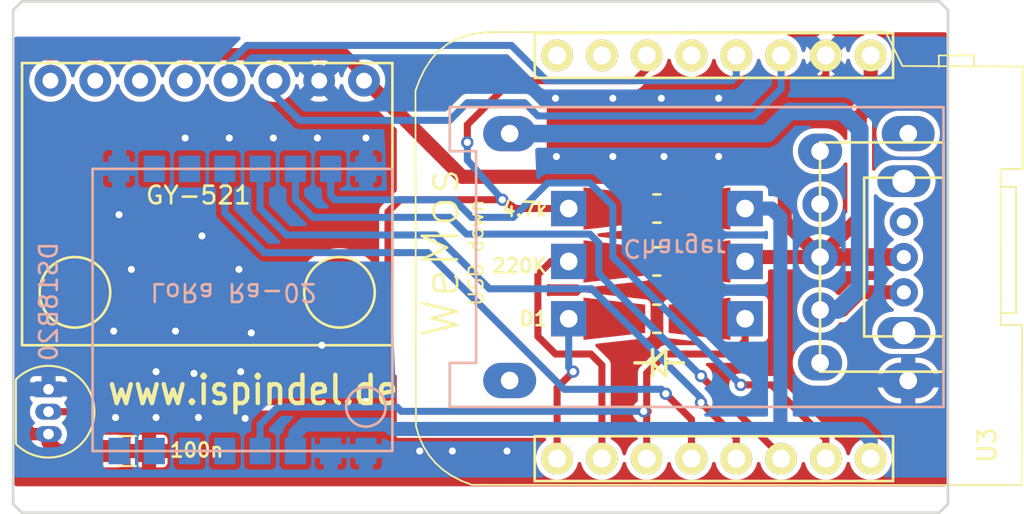
<source format=kicad_pcb>
(kicad_pcb (version 20221018) (generator pcbnew)
  (layers (0 "F.Cu" signal) (31 "B.Cu" signal) (34 "B.Paste" user) (35 "F.Paste" user) (36 "B.SilkS" user "B.Silkscreen") (37 "F.SilkS" user "F.Silkscreen") (38 "B.Mask" user) (39 "F.Mask" user) (44 "Edge.Cuts" user))
  (net 0 "")
  (net 1 "Net-(D1-Pad2)")
  (net 2 "Net-(R1-Pad1)")
  (net 3 "+5V")
  (net 4 "+3V3")
  (net 5 "/Temp")
  (net 6 "Net-(SW1-Pad1)")
  (net 7 "/SDA")
  (net 8 "/SCL")
  (net 9 "GND")
  (net 10 "/RES")
  (net 11 "/NSS")
  (net 12 "/MOSI")
  (net 13 "/MISO")
  (net 14 "/SCK")
  (footprint "Resistors_Universal:Resistor_SMD+THTuniversal_0805to1206_RM10_HandSoldering" (layer "F.Cu") (at 143.5 116 180)
    (fp_text reference "D1" (at 7 0 180) (layer "F.SilkS") (effects (font (size 0.8 0.8))))
    (fp_text value "Schottky" hide)
    (fp_line (start -0.20066 -0.8001) (end 0.20066 -0.8001) (stroke (width 0.15)) (layer "F.SilkS"))
    (fp_line (start -0.09906 -0.8001) (end -0.20066 -0.8001) (stroke (width 0.15)) (layer "F.SilkS"))
    (fp_line (start 0 0.8001) (end -0.20066 0.8001) (stroke (width 0.15)) (layer "F.SilkS"))
    (fp_line (start 0 0.8001) (end 0.20066 0.8001) (stroke (width 0.15)) (layer "F.SilkS"))
    (pad "1" thru_hole rect (at -5.00126 0) (size 1.99898 1.99898) (drill 1.00076) (layers "*.Cu" "*.Mask") (net 10 "/RES"))
    (pad "1" smd trapezoid (at -2.413 0 180) (size 3.50012 1.99898) (rect_delta 0.39878 0) (layers "F.Cu" "F.Paste" "F.Mask") (net 10 "/RES"))
    (pad "2" smd trapezoid (at 2.413 0) (size 3.50012 1.99898) (rect_delta 0.39878 0) (layers "F.Cu" "F.Paste" "F.Mask") (net 1 "Net-(D1-Pad2)"))
    (pad "2" thru_hole rect (at 5.00126 0) (size 1.99898 1.99898) (drill 1.00076) (layers "*.Cu" "*.Mask") (net 1 "Net-(D1-Pad2)"))
  )
  (footprint "Resistors_Universal:Resistor_SMD+THTuniversal_0805to1206_RM10_HandSoldering" (layer "F.Cu") (at 143.5 112.75)
    (fp_text reference "R1" hide)
    (fp_text value "220K" (at -7.8 0.25) (layer "F.SilkS") (effects (font (size 0.8 0.8))))
    (fp_line (start -0.20066 -0.8001) (end 0.20066 -0.8001) (stroke (width 0.15)) (layer "F.SilkS"))
    (fp_line (start -0.09906 -0.8001) (end -0.20066 -0.8001) (stroke (width 0.15)) (layer "F.SilkS"))
    (fp_line (start 0 0.8001) (end -0.20066 0.8001) (stroke (width 0.15)) (layer "F.SilkS"))
    (fp_line (start 0 0.8001) (end 0.20066 0.8001) (stroke (width 0.15)) (layer "F.SilkS"))
    (pad "1" thru_hole rect (at -5.00126 0 180) (size 1.99898 1.99898) (drill 1.00076) (layers "*.Cu" "*.Mask") (net 2 "Net-(R1-Pad1)"))
    (pad "1" smd trapezoid (at -2.413 0) (size 3.50012 1.99898) (rect_delta 0.39878 0) (layers "F.Cu" "F.Paste" "F.Mask") (net 2 "Net-(R1-Pad1)"))
    (pad "2" smd trapezoid (at 2.413 0 180) (size 3.50012 1.99898) (rect_delta 0.39878 0) (layers "F.Cu" "F.Paste" "F.Mask") (net 3 "+5V"))
    (pad "2" thru_hole rect (at 5.00126 0 180) (size 1.99898 1.99898) (drill 1.00076) (layers "*.Cu" "*.Mask") (net 3 "+5V"))
  )
  (footprint "Resistors_Universal:Resistor_SMD+THTuniversal_0805to1206_RM10_HandSoldering" (layer "F.Cu") (at 143.5 109.75 180)
    (fp_text reference "R2" hide)
    (fp_text value "4.7k" (at 7.5 -0.05 180) (layer "F.SilkS") (effects (font (size 0.8 0.8))))
    (fp_line (start -0.20066 -0.8001) (end 0.20066 -0.8001) (stroke (width 0.15)) (layer "F.SilkS"))
    (fp_line (start -0.09906 -0.8001) (end -0.20066 -0.8001) (stroke (width 0.15)) (layer "F.SilkS"))
    (fp_line (start 0 0.8001) (end -0.20066 0.8001) (stroke (width 0.15)) (layer "F.SilkS"))
    (fp_line (start 0 0.8001) (end 0.20066 0.8001) (stroke (width 0.15)) (layer "F.SilkS"))
    (pad "1" thru_hole rect (at -5.00126 0) (size 1.99898 1.99898) (drill 1.00076) (layers "*.Cu" "*.Mask") (net 4 "+3V3"))
    (pad "1" smd trapezoid (at -2.413 0 180) (size 3.50012 1.99898) (rect_delta 0.39878 0) (layers "F.Cu" "F.Paste" "F.Mask") (net 4 "+3V3"))
    (pad "2" smd trapezoid (at 2.413 0) (size 3.50012 1.99898) (rect_delta 0.39878 0) (layers "F.Cu" "F.Paste" "F.Mask") (net 5 "/Temp"))
    (pad "2" thru_hole rect (at 5.00126 0) (size 1.99898 1.99898) (drill 1.00076) (layers "*.Cu" "*.Mask") (net 5 "/Temp"))
  )
  (footprint "GY-521" (layer "F.Cu") (at 118 109.5 180)
    (fp_text reference "U1" hide)
    (fp_text value "GY-521" (at 0.5 0.5 180) (layer "F.SilkS"))
    (fp_line (start -10.5 -8) (end 10.5 -8) (stroke (width 0.15)) (layer "F.SilkS"))
    (fp_line (start -10.5 8) (end -10.5 -8) (stroke (width 0.15)) (layer "F.SilkS"))
    (fp_line (start 10.5 -8) (end 10.5 8) (stroke (width 0.15)) (layer "F.SilkS"))
    (fp_line (start 10.5 8) (end -10.5 8) (stroke (width 0.15)) (layer "F.SilkS"))
    (fp_circle (center -7.5 -5) (end -7.5 -7) (stroke (width 0.15)) (fill none) (layer "F.SilkS"))
    (fp_circle (center 7.5 -5) (end 7.5 -7) (stroke (width 0.15)) (fill none) (layer "F.SilkS"))
    (pad "1" thru_hole circle (at -8.89 7 180) (size 1.8 1.8) (drill 0.9) (layers "*.Cu" "*.Mask") (net 3 "+5V"))
    (pad "2" thru_hole circle (at -6.35 7 180) (size 1.8 1.8) (drill 0.9) (layers "*.Cu" "*.Mask") (net 9 "GND"))
    (pad "3" thru_hole circle (at -3.81 7 180) (size 1.8 1.8) (drill 0.9) (layers "*.Cu" "*.Mask") (net 8 "/SCL"))
    (pad "4" thru_hole circle (at -1.27 7 180) (size 1.8 1.8) (drill 0.9) (layers "*.Cu" "*.Mask") (net 7 "/SDA"))
    (pad "5" thru_hole circle (at 3.81 7 180) (size 1.8 1.8) (drill 0.9) (layers "*.Cu" "*.Mask"))
    (pad "6" thru_hole circle (at 1.27 7 180) (size 1.8 1.8) (drill 0.9) (layers "*.Cu" "*.Mask"))
    (pad "7" thru_hole circle (at 6.35 7 180) (size 1.8 1.8) (drill 0.9) (layers "*.Cu" "*.Mask"))
    (pad "8" thru_hole circle (at 8.89 7 180) (size 1.8 1.8) (drill 0.9) (layers "*.Cu" "*.Mask"))
  )
  (footprint "TO_SOT_Packages_THT:TO-92_Inline_Narrow_Oval" (layer "F.Cu") (at 109 120 -90)
    (fp_text reference "U5" hide)
    (fp_text value "DS18B20" hide)
    (fp_line (start -0.53 1.85) (end 3.07 1.85) (stroke (width 0.12)) (layer "F.SilkS"))
    (fp_arc (start -0.568478 1.838478) (mid -1.132087 -0.994977) (end 1.27 -2.6) (stroke (width 0.12)) (layer "F.SilkS"))
    (fp_arc (start 1.27 -2.6) (mid 3.672087 -0.994977) (end 3.108478 1.838478) (stroke (width 0.12)) (layer "F.SilkS"))
    (pad "1" thru_hole rect (at 0 0 90) (size 0.9 1.5) (drill 0.6) (layers "*.Cu" "*.Mask") (net 9 "GND"))
    (pad "2" thru_hole oval (at 1.27 0 90) (size 0.9 1.5) (drill 0.6) (layers "*.Cu" "*.Mask") (net 5 "/Temp"))
    (pad "3" thru_hole oval (at 2.54 0 90) (size 0.9 1.5) (drill 0.6) (layers "*.Cu" "*.Mask") (net 3 "+5V"))
  )
  (footprint "wemos_D1_mini_board" (layer "F.Cu") (at 148 112.5 90)
    (fp_text reference "U3" (at -10.668 14.224 90) (layer "F.SilkS"))
    (fp_text value "WeMos_mini" hide)
    (fp_text user "USB down" (at 0.25 -14.75 90) (layer "F.SilkS") (effects (font (size 0.8 0.8) (thickness 0.12))))
    (fp_text user "WeMos" (at 0.25 -16.75 90) (layer "F.SilkS") (effects (font (size 2 2))))
    (fp_line (start -12.930193 16.176658) (end -12.916195 -14.993493) (stroke (width 0.1)) (layer "F.SilkS"))
    (fp_line (start -12.916195 -14.993493) (end -12.683384 -15.596286) (stroke (width 0.1)) (layer "F.SilkS"))
    (fp_line (start -12.7 -11.43) (end -10.16 -11.43) (stroke (width 0.15)) (layer "F.SilkS"))
    (fp_line (start -12.7 8.89) (end -12.7 -11.43) (stroke (width 0.15)) (layer "F.SilkS"))
    (fp_line (start -12.683384 -15.596286) (end -12.399901 -16.141167) (stroke (width 0.1)) (layer "F.SilkS"))
    (fp_line (start -12.399901 -16.141167) (end -12.065253 -16.627577) (stroke (width 0.1)) (layer "F.SilkS"))
    (fp_line (start -12.065253 -16.627577) (end -11.678953 -17.054952) (stroke (width 0.1)) (layer "F.SilkS"))
    (fp_line (start -11.678953 -17.054952) (end -11.240512 -17.422741) (stroke (width 0.1)) (layer "F.SilkS"))
    (fp_line (start -11.240512 -17.422741) (end -10.74944 -17.730377) (stroke (width 0.1)) (layer "F.SilkS"))
    (fp_line (start -10.74944 -17.730377) (end -10.20525 -17.97731) (stroke (width 0.1)) (layer "F.SilkS"))
    (fp_line (start -10.20525 -17.97731) (end -9.607453 -18.162976) (stroke (width 0.1)) (layer "F.SilkS"))
    (fp_line (start -10.16 -11.43) (end -10.16 8.89) (stroke (width 0.15)) (layer "F.SilkS"))
    (fp_line (start -10.16 8.89) (end -12.7 8.89) (stroke (width 0.15)) (layer "F.SilkS"))
    (fp_line (start -9.607453 -18.162976) (end 9.43046 -18.191734) (stroke (width 0.1)) (layer "F.SilkS"))
    (fp_line (start -3.851373 15.000483) (end -3.849397 16.202736) (stroke (width 0.1)) (layer "F.SilkS"))
    (fp_line (start -3.849397 16.202736) (end -12.930193 16.176658) (stroke (width 0.1)) (layer "F.SilkS"))
    (fp_line (start -3.19 15.85) (end -3.18 15.02) (stroke (width 0.1)) (layer "F.SilkS"))
    (fp_line (start 3.959931 15.865188) (end -3.17965 15.865188) (stroke (width 0.1)) (layer "F.SilkS"))
    (fp_line (start 3.98 15.86) (end 3.98 15.04) (stroke (width 0.1)) (layer "F.SilkS"))
    (fp_line (start 4.979849 14.993795) (end -3.851373 15.000483) (stroke (width 0.1)) (layer "F.SilkS"))
    (fp_line (start 5.00618 16.277228) (end 4.979849 14.993795) (stroke (width 0.1)) (layer "F.SilkS"))
    (fp_line (start 9.43046 -18.191734) (end 10.049824 -17.957741) (stroke (width 0.1)) (layer "F.SilkS"))
    (fp_line (start 10.049824 -17.957741) (end 10.638018 -17.673258) (stroke (width 0.1)) (layer "F.SilkS"))
    (fp_line (start 10.16 -11.43) (end 12.7 -11.43) (stroke (width 0.15)) (layer "F.SilkS"))
    (fp_line (start 10.16 8.89) (end 10.16 -11.43) (stroke (width 0.15)) (layer "F.SilkS"))
    (fp_line (start 10.638018 -17.673258) (end 11.181445 -17.323743) (stroke (width 0.1)) (layer "F.SilkS"))
    (fp_line (start 10.778878 11.483738) (end 11.431517 11.483738) (stroke (width 0.1)) (layer "F.SilkS"))
    (fp_line (start 10.817472 16.277228) (end 5.00618 16.277228) (stroke (width 0.1)) (layer "F.SilkS"))
    (fp_line (start 10.83248 9.424181) (end 10.802686 16.232524) (stroke (width 0.1)) (layer "F.SilkS"))
    (fp_line (start 11.181445 -17.323743) (end 11.666503 -16.894658) (stroke (width 0.1)) (layer "F.SilkS"))
    (fp_line (start 11.431517 11.483738) (end 11.431517 13.476932) (stroke (width 0.1)) (layer "F.SilkS"))
    (fp_line (start 11.431517 13.476932) (end 10.814156 13.476932) (stroke (width 0.1)) (layer "F.SilkS"))
    (fp_line (start 11.666503 -16.894658) (end 12.079595 -16.37146) (stroke (width 0.1)) (layer "F.SilkS"))
    (fp_line (start 12.079595 -16.37146) (end 12.407122 -15.739613) (stroke (width 0.1)) (layer "F.SilkS"))
    (fp_line (start 12.407122 -15.739613) (end 12.635482 -14.984575) (stroke (width 0.1)) (layer "F.SilkS"))
    (fp_line (start 12.635482 -14.984575) (end 12.751078 -14.091807) (stroke (width 0.1)) (layer "F.SilkS"))
    (fp_line (start 12.7 -11.43) (end 12.7 8.89) (stroke (width 0.15)) (layer "F.SilkS"))
    (fp_line (start 12.7 8.89) (end 10.16 8.89) (stroke (width 0.15)) (layer "F.SilkS"))
    (fp_line (start 12.751078 -14.091807) (end 12.776026 8.463285) (stroke (width 0.1)) (layer "F.SilkS"))
    (fp_line (start 12.776026 8.463285) (end 10.83248 9.424181) (stroke (width 0.1)) (layer "F.SilkS"))
    (pad "1" thru_hole circle (at 11.43 7.62 90) (size 1.8 1.8) (drill 1.016) (layers "*.Cu" "*.Mask" "F.SilkS") (net 3 "+5V"))
    (pad "2" thru_hole circle (at 11.43 5.08 90) (size 1.8 1.8) (drill 1.016) (layers "*.Cu" "*.Mask" "F.SilkS") (net 9 "GND"))
    (pad "3" thru_hole circle (at 11.43 2.54 90) (size 1.8 1.8) (drill 1.016) (layers "*.Cu" "*.Mask" "F.SilkS") (net 8 "/SCL"))
    (pad "4" thru_hole circle (at 11.43 0 90) (size 1.8 1.8) (drill 1.016) (layers "*.Cu" "*.Mask" "F.SilkS") (net 7 "/SDA"))
    (pad "5" thru_hole circle (at 11.43 -2.54 90) (size 1.8 1.8) (drill 1.016) (layers "*.Cu" "*.Mask" "F.SilkS"))
    (pad "6" thru_hole circle (at 11.43 -5.08 90) (size 1.8 1.8) (drill 1.016) (layers "*.Cu" "*.Mask" "F.SilkS") (net 5 "/Temp"))
    (pad "7" thru_hole circle (at 11.43 -7.62 90) (size 1.8 1.8) (drill 1.016) (layers "*.Cu" "*.Mask" "F.SilkS"))
    (pad "8" thru_hole circle (at 11.43 -10.16 90) (size 1.8 1.8) (drill 1.016) (layers "*.Cu" "*.Mask" "F.SilkS"))
    (pad "9" thru_hole circle (at -11.43 -10.16 90) (size 1.8 1.8) (drill 1.016) (layers "*.Cu" "*.Mask" "F.SilkS") (net 1 "Net-(D1-Pad2)"))
    (pad "10" thru_hole circle (at -11.43 -7.62 90) (size 1.8 1.8) (drill 1.016) (layers "*.Cu" "*.Mask" "F.SilkS") (net 2 "Net-(R1-Pad1)"))
    (pad "11" thru_hole circle (at -11.43 -5.08 90) (size 1.8 1.8) (drill 1.016) (layers "*.Cu" "*.Mask" "F.SilkS") (net 10 "/RES"))
    (pad "12" thru_hole circle (at -11.43 -2.54 90) (size 1.8 1.8) (drill 1.016) (layers "*.Cu" "*.Mask" "F.SilkS") (net 14 "/SCK"))
    (pad "13" thru_hole circle (at -11.43 0 90) (size 1.8 1.8) (drill 1.016) (layers "*.Cu" "*.Mask" "F.SilkS") (net 13 "/MISO"))
    (pad "14" thru_hole circle (at -11.43 2.54 90) (size 1.8 1.8) (drill 1.016) (layers "*.Cu" "*.Mask" "F.SilkS") (net 12 "/MOSI"))
    (pad "15" thru_hole circle (at -11.43 5.08 90) (size 1.8 1.8) (drill 1.016) (layers "*.Cu" "*.Mask" "F.SilkS") (net 11 "/NSS"))
    (pad "16" thru_hole circle (at -11.43 7.62 90) (size 1.8 1.8) (drill 1.016) (layers "*.Cu" "*.Mask" "F.SilkS") (net 4 "+3V3"))
  )
  (footprint "KiCadCustomLibs:SK12D07VG3" (layer "F.Cu") (at 157.5 112.5 90)
    (fp_text reference "SW1" hide)
    (fp_text value "SW_SPDT" hide)
    (fp_line (start -4.5 -2.25) (end -4.5 2) (stroke (width 0.15)) (layer "F.SilkS"))
    (fp_line (start -4.5 2) (end -4.5 2.25) (stroke (width 0.15)) (layer "F.SilkS"))
    (fp_line (start -4.5 2.25) (end 0 2.25) (stroke (width 0.15)) (layer "F.SilkS"))
    (fp_line (start 0 2.25) (end 4.5 2.25) (stroke (width 0.15)) (layer "F.SilkS"))
    (fp_line (start 4.5 -2.25) (end -4.5 -2.25) (stroke (width 0.15)) (layer "F.SilkS"))
    (fp_line (start 4.5 2.25) (end 4.5 -2.25) (stroke (width 0.15)) (layer "F.SilkS"))
    (pad "" thru_hole oval (at -4.3 0 90) (size 1.8 3) (drill 1.3) (layers "*.Cu" "*.Mask"))
    (pad "" thru_hole oval (at 4.3 0 90) (size 1.8 3) (drill 1.3) (layers "*.Cu" "*.Mask"))
    (pad "1" thru_hole circle (at -2 0 90) (size 1.6 1.6) (drill 0.8) (layers "*.Cu" "*.Mask") (net 6 "Net-(SW1-Pad1)"))
    (pad "2" thru_hole circle (at 0 0 90) (size 1.6 1.6) (drill 0.8) (layers "*.Cu" "*.Mask") (net 3 "+5V"))
    (pad "3" thru_hole circle (at 2 0 90) (size 1.6 1.6) (drill 0.8) (layers "*.Cu" "*.Mask"))
  )
  (footprint "SS-12F23" (layer "F.Cu") (at 152.75 112.5 -90)
    (fp_text reference "SW2" hide)
    (fp_text value "SW_SPDT" hide)
    (fp_line (start -6.5 -7) (end -6.5 0) (stroke (width 0.15)) (layer "F.SilkS"))
    (fp_line (start -6.5 0) (end 0 0) (stroke (width 0.15)) (layer "F.SilkS"))
    (fp_line (start 0 0) (end 6.5 0) (stroke (width 0.15)) (layer "F.SilkS"))
    (fp_line (start 6.5 -7) (end -6.5 -7) (stroke (width 0.15)) (layer "F.SilkS"))
    (fp_line (start 6.5 0) (end 6.5 -7) (stroke (width 0.15)) (layer "F.SilkS"))
    (pad "" thru_hole oval (at -6 0 270) (size 2 2.5) (drill 1) (layers "*.Cu" "*.Mask"))
    (pad "" thru_hole oval (at 6 0 270) (size 2 2.5) (drill 1) (layers "*.Cu" "*.Mask"))
    (pad "1" thru_hole circle (at 3 0 270) (size 2 2) (drill 1) (layers "*.Cu" "*.Mask") (net 6 "Net-(SW1-Pad1)"))
    (pad "2" thru_hole circle (at 0 0 270) (size 2 2) (drill 1) (layers "*.Cu" "*.Mask") (net 3 "+5V"))
    (pad "3" thru_hole circle (at -3 0 270) (size 2 2) (drill 1) (layers "*.Cu" "*.Mask"))
  )
  (footprint "Wire_Pads:SolderWirePad_single_SMD_5x10mm" (layer "F.Cu") (at 110.5 114.5)
    (fp_text reference "REF**" hide)
    (fp_text value "SolderWirePad_single_SMD_5x10mm" hide)
    (pad "1" smd circle (at 0 0) (size 4 4) (layers "F.Cu" "F.Paste" "F.Mask") (clearance 0.5))
  )
  (footprint "Wire_Pads:SolderWirePad_single_SMD_5x10mm" (layer "F.Cu") (at 125.5 114.5)
    (fp_text reference "REF**" hide)
    (fp_text value "SolderWirePad_single_SMD_5x10mm" hide)
    (pad "1" smd circle (at 0 0) (size 4 4) (layers "F.Cu" "F.Paste" "F.Mask") (clearance 0.5))
  )
  (footprint "Capacitors_SMD:C_0805_HandSoldering" (layer "F.Cu") (at 113.45 123.5)
    (fp_text reference "C1" hide)
    (fp_text value "100n" (at 3.95 -0.05) (layer "F.SilkS") (effects (font (size 0.8 0.8))))
    (fp_line (start -0.5 0.85) (end 0.5 0.85) (stroke (width 0.12)) (layer "F.SilkS"))
    (fp_line (start 0.5 -0.85) (end -0.5 -0.85) (stroke (width 0.12)) (layer "F.SilkS"))
    (pad "1" smd rect (at -1.25 0) (size 1.5 1.25) (layers "F.Cu" "F.Paste" "F.Mask") (net 3 "+5V"))
    (pad "2" smd rect (at 1.25 0) (size 1.5 1.25) (layers "F.Cu" "F.Paste" "F.Mask") (net 9 "GND"))
  )
  (footprint "LoRa_Ra-02" (layer "B.Cu") (at 120 115.5 90)
    (fp_text reference "U2" hide)
    (fp_text value "LoRa_Ra-02")
    (fp_line (start -8 -8.5) (end 8 -8.5) (stroke (width 0.15)) (layer "B.SilkS"))
    (fp_line (start -8 8.5) (end -8 -8.5) (stroke (width 0.15)) (layer "B.SilkS"))
    (fp_line (start 8 -8.5) (end 8 8.5) (stroke (width 0.15)) (layer "B.SilkS"))
    (fp_line (start 8 8.5) (end -8 8.5) (stroke (width 0.15)) (layer "B.SilkS"))
    (fp_circle (center -5.5 7) (end -5 6) (stroke (width 0.15)) (fill none) (layer "B.SilkS"))
    (pad "1" smd rect (at -8 7 90) (size 1.5 1.2) (layers "B.Cu" "B.Paste" "B.Mask") (net 9 "GND"))
    (pad "2" smd rect (at -8 5 90) (size 1.5 1.2) (layers "B.Cu" "B.Paste" "B.Mask") (net 9 "GND"))
    (pad "3" smd rect (at -8 3 90) (size 1.5 1.2) (layers "B.Cu" "B.Paste" "B.Mask") (net 4 "+3V3"))
    (pad "4" smd rect (at -8 1 90) (size 1.5 1.2) (layers "B.Cu" "B.Paste" "B.Mask") (net 10 "/RES"))
    (pad "5" smd rect (at -8 -1 90) (size 1.5 1.2) (layers "B.Cu" "B.Paste" "B.Mask"))
    (pad "6" smd rect (at -8 -3 90) (size 1.5 1.2) (layers "B.Cu" "B.Paste" "B.Mask"))
    (pad "7" smd rect (at -8 -5 90) (size 1.5 1.2) (layers "B.Cu" "B.Paste" "B.Mask"))
    (pad "8" smd rect (at -8 -7 90) (size 1.5 1.2) (layers "B.Cu" "B.Paste" "B.Mask"))
    (pad "9" smd rect (at 8 -7 90) (size 1.5 1.2) (layers "B.Cu" "B.Paste" "B.Mask") (net 9 "GND"))
    (pad "10" smd rect (at 8 -5 90) (size 1.5 1.2) (layers "B.Cu" "B.Paste" "B.Mask"))
    (pad "11" smd rect (at 8 -3 90) (size 1.5 1.2) (layers "B.Cu" "B.Paste" "B.Mask"))
    (pad "12" smd rect (at 8 -1 90) (size 1.5 1.2) (layers "B.Cu" "B.Paste" "B.Mask") (net 14 "/SCK"))
    (pad "13" smd rect (at 8 1 90) (size 1.5 1.2) (layers "B.Cu" "B.Paste" "B.Mask") (net 13 "/MISO"))
    (pad "14" smd rect (at 8 3 90) (size 1.5 1.2) (layers "B.Cu" "B.Paste" "B.Mask") (net 12 "/MOSI"))
    (pad "15" smd rect (at 8 5 90) (size 1.5 1.2) (layers "B.Cu" "B.Paste" "B.Mask") (net 11 "/NSS"))
    (pad "16" smd rect (at 8 7 90) (size 1.5 1.2) (layers "B.Cu" "B.Paste" "B.Mask") (net 9 "GND"))
  )
  (footprint "KiCadCustomLibs:TP4056-shield-6PIN" (layer "B.Cu") (at 146.25 112.5 180)
    (fp_text reference "U4" hide)
    (fp_text value "TP4056-shield-6PIN" hide)
    (fp_line (start -13.5 -8.5) (end -13.5 8.5) (stroke (width 0.15)) (layer "B.SilkS"))
    (fp_line (start -13.5 8.5) (end 13.5 8.5) (stroke (width 0.15)) (layer "B.SilkS"))
    (fp_line (start 13 -6) (end 14.5 -6) (stroke (width 0.15)) (layer "B.SilkS"))
    (fp_line (start 13 6) (end 13 -6) (stroke (width 0.15)) (layer "B.SilkS"))
    (fp_line (start 13 6) (end 14.5 6) (stroke (width 0.15)) (layer "B.SilkS"))
    (fp_line (start 13.5 -8.5) (end -13.5 -8.5) (stroke (width 0.15)) (layer "B.SilkS"))
    (fp_line (start 14.5 -8.5) (end 13.5 -8.5) (stroke (width 0.15)) (layer "B.SilkS"))
    (fp_line (start 14.5 -6) (end 14.5 -8.5) (stroke (width 0.15)) (layer "B.SilkS"))
    (fp_line (start 14.5 6) (end 14.5 8.5) (stroke (width 0.15)) (layer "B.SilkS"))
    (fp_line (start 14.5 8.5) (end 13.5 8.5) (stroke (width 0.15)) (layer "B.SilkS"))
    (pad "1" thru_hole oval (at -11.5 7 180) (size 3 2) (drill 1) (layers "*.Cu" "B.Mask"))
    (pad "2" thru_hole oval (at -11.5 -7 180) (size 3 2) (drill 1) (layers "*.Cu" "B.Mask") (net 9 "GND"))
    (pad "3" thru_hole oval (at 11.1 7 180) (size 3 2) (drill 1) (layers "*.Cu" "*.Mask") (net 6 "Net-(SW1-Pad1)"))
    (pad "4" thru_hole oval (at 11.1 -7 180) (size 3 2) (drill 1) (layers "*.Cu" "*.Mask"))
  )
  (gr_line (start 143.25 117.75) (end 143.25 119.25) (stroke (width 0.2)) (layer "F.SilkS"))
  (gr_line (start 143.25 118.5) (end 144 117.75) (stroke (width 0.2)) (layer "F.SilkS"))
  (gr_line (start 143.25 118.5) (end 142.25 118.5) (stroke (width 0.2)) (layer "F.SilkS"))
  (gr_line (start 144 119.25) (end 143.25 118.5) (stroke (width 0.2)) (layer "F.SilkS"))
  (gr_line (start 144 118.5) (end 145 118.5) (stroke (width 0.2)) (layer "F.SilkS"))
  (gr_line (start 144 117.75) (end 144 119.25) (stroke (width 0.2)) (layer "F.SilkS"))
  (gr_line (start 159.5 127) (end 160 126.5) (stroke (width 0.15)) (layer "Edge.Cuts"))
  (gr_line (start 107.5 127) (end 159.5 127) (stroke (width 0.15)) (layer "Edge.Cuts"))
  (gr_line (start 107 125) (end 107 126.5) (stroke (width 0.15)) (layer "Edge.Cuts"))
  (gr_line (start 107 100) (end 107 98.5) (stroke (width 0.15)) (layer "Edge.Cuts"))
  (gr_line (start 160 100) (end 160 125) (stroke (width 0.15)) (layer "Edge.Cuts"))
  (gr_line (start 160 98.5) (end 160 100) (stroke (width 0.15)) (layer "Edge.Cuts"))
  (gr_line (start 107 126.5) (end 107.5 127) (stroke (width 0.15)) (layer "Edge.Cuts"))
  (gr_line (start 107 100) (end 107 125) (stroke (width 0.15)) (layer "Edge.Cuts"))
  (gr_line (start 107 98.5) (end 107.5 98) (stroke (width 0.15)) (layer "Edge.Cuts"))
  (gr_line (start 160 126.5) (end 160 125) (stroke (width 0.15)) (layer "Edge.Cuts"))
  (gr_line (start 107.5 98) (end 159.5 98) (stroke (width 0.15)) (layer "Edge.Cuts"))
  (gr_line (start 159.5 98) (end 160 98.5) (stroke (width 0.15)) (layer "Edge.Cuts"))
  (gr_text "Charger" (at 144.5 112 180) (layer "B.SilkS") (effects (font (size 1 1)) (justify mirror)))
  (gr_text "DS18B20" (at 109.01 115.03 90) (layer "B.SilkS") (effects (font (size 1 1)) (justify mirror)))
  (gr_text "LoRa Ra-02" (at 119.5 114.5 180) (layer "B.SilkS") (effects (font (size 1 1)) (justify mirror)))
  (gr_text "www.ispindel.de" (at 120.6 120.05) (layer "F.SilkS") (effects (font (size 1.6 1.4) (thickness 0.25))))
  (segment (start 138.75 119) (end 137.84 119.91) (width 0.4) (layer "F.Cu") (net 1))
  (segment (start 137.84 119.91) (end 137.84 123.93) (width 0.4) (layer "F.Cu") (net 1))
  (segment (start 138.49874 116) (end 141.087 116) (width 0.7) (layer "F.Cu") (net 1))
  (via (at 138.75 119) (size 0.7) (drill 0.4) (layers "F.Cu" "B.Cu") (net 1))
  (segment (start 138.49874 118.74874) (end 138.75 119) (width 0.4) (layer "B.Cu") (net 1))
  (segment (start 138.49874 116) (end 138.49874 118.74874) (width 0.4) (layer "B.Cu") (net 1))
  (segment (start 137.5 112.75) (end 138.49874 112.75) (width 0.4) (layer "F.Cu") (net 2))
  (segment (start 140.38 118.63) (end 139.75 118) (width 0.4) (layer "F.Cu") (net 2))
  (segment (start 139.75 118) (end 137.75 118) (width 0.4) (layer "F.Cu") (net 2))
  (segment (start 137.75 118) (end 136.75 117) (width 0.4) (layer "F.Cu") (net 2))
  (segment (start 136.75 117) (end 136.75 113.5) (width 0.4) (layer "F.Cu") (net 2))
  (segment (start 136.75 113.5) (end 137.5 112.75) (width 0.4) (layer "F.Cu") (net 2))
  (segment (start 137.5 112.75) (end 138.49874 112.75) (width 0.4) (layer "F.Cu") (net 2))
  (segment (start 138.49874 112.75) (end 141.087 112.75) (width 0.7) (layer "F.Cu") (net 2))
  (segment (start 140.38 123.93) (end 140.38 118.63) (width 0.4) (layer "F.Cu") (net 2))
  (segment (start 155.62 103.88) (end 155 104.5) (width 0.8) (layer "F.Cu") (net 3))
  (segment (start 155 104.5) (end 155 110.25) (width 0.8) (layer "F.Cu") (net 3))
  (segment (start 155 110.25) (end 152.75 112.5) (width 0.8) (layer "F.Cu") (net 3))
  (segment (start 148.75126 112.5) (end 148.50126 112.75) (width 0.8) (layer "F.Cu") (net 3))
  (segment (start 127 102.5) (end 132.45 107.95) (width 0.8) (layer "F.Cu") (net 3))
  (segment (start 132.45 107.95) (end 149.95 107.95) (width 0.8) (layer "F.Cu") (net 3))
  (segment (start 149.95 107.95) (end 150.75 108.75) (width 0.8) (layer "F.Cu") (net 3))
  (segment (start 150.75 108.75) (end 150.75 110.5) (width 0.8) (layer "F.Cu") (net 3))
  (segment (start 150.75 110.5) (end 152.75 112.5) (width 0.8) (layer "F.Cu") (net 3))
  (segment (start 126.89 102.14) (end 125.75 101) (width 0.7) (layer "F.Cu") (net 3))
  (segment (start 125.75 101) (end 108.25 101) (width 0.7) (layer "F.Cu") (net 3))
  (segment (start 108.25 101) (end 107.5 101.75) (width 0.7) (layer "F.Cu") (net 3))
  (segment (start 107.5 101.75) (end 107.5 122) (width 0.7) (layer "F.Cu") (net 3))
  (segment (start 107.5 122) (end 108.04 122.54) (width 0.7) (layer "F.Cu") (net 3))
  (segment (start 108.04 122.54) (end 109 122.54) (width 0.7) (layer "F.Cu") (net 3))
  (segment (start 109 123) (end 109.5 123.5) (width 0.8) (layer "F.Cu") (net 3))
  (segment (start 109.5 123.5) (end 112.2 123.5) (width 0.8) (layer "F.Cu") (net 3))
  (segment (start 155.62 101.07) (end 155.62 103.88) (width 0.8) (layer "F.Cu") (net 3))
  (segment (start 157.5 112.5) (end 152.75 112.5) (width 1) (layer "F.Cu") (net 3))
  (segment (start 126.89 102.5) (end 127 102.5) (width 0.8) (layer "F.Cu") (net 3))
  (segment (start 109 122.54) (end 109 123) (width 0.8) (layer "F.Cu") (net 3))
  (segment (start 152.75 112.5) (end 152.5 112.5) (width 0.8) (layer "F.Cu") (net 3))
  (segment (start 148.50126 112.75) (end 145.913 112.75) (width 0.7) (layer "F.Cu") (net 3))
  (segment (start 152.75 112.5) (end 148.75126 112.5) (width 0.8) (layer "F.Cu") (net 3))
  (segment (start 126.89 102.5) (end 126.89 102.14) (width 0.7) (layer "F.Cu") (net 3))
  (segment (start 148.50126 109.75) (end 145.913 109.75) (width 0.8) (layer "F.Cu") (net 4))
  (segment (start 155.62 122.87) (end 155 122.25) (width 0.8) (layer "B.Cu") (net 4))
  (segment (start 155 122.25) (end 150.5 122.25) (width 0.8) (layer "B.Cu") (net 4))
  (segment (start 128.5 122.25) (end 128.25 122) (width 0.8) (layer "B.Cu") (net 4))
  (segment (start 128.25 122) (end 123.5 122) (width 0.8) (layer "B.Cu") (net 4))
  (segment (start 123.5 122) (end 123 122.5) (width 0.8) (layer "B.Cu") (net 4))
  (segment (start 123 122.5) (end 123 123.5) (width 0.8) (layer "B.Cu") (net 4))
  (segment (start 150 109.75) (end 150.5 110.25) (width 0.8) (layer "B.Cu") (net 4))
  (segment (start 150.5 110.25) (end 150.5 122.25) (width 0.8) (layer "B.Cu") (net 4))
  (segment (start 150.5 122.25) (end 128.5 122.25) (width 0.8) (layer "B.Cu") (net 4))
  (segment (start 148.50126 109.75) (end 150 109.75) (width 0.8) (layer "B.Cu") (net 4))
  (segment (start 155.62 123.93) (end 155.62 122.87) (width 0.8) (layer "B.Cu") (net 4))
  (segment (start 135.5 109.75) (end 134.73 109.25) (width 0.4) (layer "F.Cu") (net 5))
  (segment (start 132.75 106) (end 132.75 105) (width 0.4) (layer "F.Cu") (net 5))
  (segment (start 132.75 105) (end 135.25 102.5) (width 0.4) (layer "F.Cu") (net 5))
  (segment (start 135.25 102.5) (end 142.25 102.5) (width 0.4) (layer "F.Cu") (net 5))
  (segment (start 142.25 102.5) (end 142.92 101.83) (width 0.4) (layer "F.Cu") (net 5))
  (segment (start 142.92 101.83) (end 142.92 101.07) (width 0.4) (layer "F.Cu") (net 5))
  (segment (start 128.94 109.25) (end 128.25 109.94) (width 0.4) (layer "F.Cu") (net 5))
  (segment (start 128.25 109.94) (end 128.25 118.81) (width 0.4) (layer "F.Cu") (net 5))
  (segment (start 128.25 118.81) (end 126.36 120.7) (width 0.4) (layer "F.Cu") (net 5))
  (segment (start 126.36 120.7) (end 111.7 120.7) (width 0.4) (layer "F.Cu") (net 5))
  (segment (start 111.7 120.7) (end 111.13 121.27) (width 0.4) (layer "F.Cu") (net 5))
  (segment (start 111.13 121.27) (end 109 121.27) (width 0.4) (layer "F.Cu") (net 5))
  (segment (start 138.49874 109.75) (end 141.087 109.75) (width 0.7) (layer "F.Cu") (net 5))
  (segment (start 134.73 109.25) (end 128.94 109.25) (width 0.4) (layer "F.Cu") (net 5))
  (segment (start 138.49874 109.75) (end 135.5 109.75) (width 0.4) (layer "F.Cu") (net 5))
  (via (at 134.73 109.25) (size 0.7) (drill 0.4) (layers "F.Cu" "B.Cu") (net 5))
  (via (at 132.75 106) (size 0.7) (drill 0.4) (layers "F.Cu" "B.Cu") (net 5))
  (segment (start 134.73 109.25) (end 132.75 107) (width 0.4) (layer "B.Cu") (net 5))
  (segment (start 132.75 107) (end 132.75 106) (width 0.4) (layer "B.Cu") (net 5))
  (segment (start 154 115.5) (end 155 114.5) (width 0.8) (layer "F.Cu") (net 6))
  (segment (start 155 114.5) (end 157.5 114.5) (width 0.8) (layer "F.Cu") (net 6))
  (segment (start 152.75 115.5) (end 154 115.5) (width 0.8) (layer "F.Cu") (net 6))
  (segment (start 152.25 115.5) (end 152.75 115.5) (width 0.8) (layer "B.Cu") (net 6))
  (segment (start 153.75 115.5) (end 155 114.25) (width 1) (layer "B.Cu") (net 6))
  (segment (start 155 114.25) (end 155 105.25) (width 1) (layer "B.Cu") (net 6))
  (segment (start 155 105.25) (end 154 104.25) (width 1) (layer "B.Cu") (net 6))
  (segment (start 154 104.25) (end 151 104.25) (width 1) (layer "B.Cu") (net 6))
  (segment (start 151 104.25) (end 149.75 105.5) (width 1) (layer "B.Cu") (net 6))
  (segment (start 149.75 105.5) (end 135.15 105.5) (width 1) (layer "B.Cu") (net 6))
  (segment (start 152.75 115.5) (end 153.75 115.5) (width 1) (layer "B.Cu") (net 6))
  (segment (start 119.27 101.48) (end 120.25 100.5) (width 0.4) (layer "B.Cu") (net 7))
  (segment (start 120.25 100.5) (end 135.25 100.5) (width 0.4) (layer "B.Cu") (net 7))
  (segment (start 135.25 100.5) (end 137.25 102.5) (width 0.4) (layer "B.Cu") (net 7))
  (segment (start 137.25 102.5) (end 147.75 102.5) (width 0.4) (layer "B.Cu") (net 7))
  (segment (start 147.75 102.5) (end 148 102.25) (width 0.4) (layer "B.Cu") (net 7))
  (segment (start 148 102.25) (end 148 101.07) (width 0.4) (layer "B.Cu") (net 7))
  (segment (start 119.27 102.5) (end 119.27 101.48) (width 0.4) (layer "B.Cu") (net 7))
  (segment (start 123.25 104.75) (end 121.81 103.31) (width 0.4) (layer "B.Cu") (net 8))
  (segment (start 123.25 104.75) (end 131.75 104.75) (width 0.4) (layer "B.Cu") (net 8))
  (segment (start 131.75 104.75) (end 132.75 103.75) (width 0.4) (layer "B.Cu") (net 8))
  (segment (start 150.54 101.07) (end 150.54 102.96) (width 0.4) (layer "B.Cu") (net 8))
  (segment (start 149 104.5) (end 136.75 104.5) (width 0.4) (layer "B.Cu") (net 8))
  (segment (start 136.75 104.5) (end 136 103.75) (width 0.4) (layer "B.Cu") (net 8))
  (segment (start 136 103.75) (end 132.75 103.75) (width 0.4) (layer "B.Cu") (net 8))
  (segment (start 121.81 102.5) (end 121.81 103.31) (width 0.4) (layer "B.Cu") (net 8))
  (segment (start 150.54 102.96) (end 149 104.5) (width 0.4) (layer "B.Cu") (net 8))
  (segment (start 127 105.75) (end 124.25 105.75) (width 0.4) (layer "F.Cu") (net 9))
  (segment (start 121.75 105.75) (end 119.25 105.75) (width 0.4) (layer "F.Cu") (net 9))
  (segment (start 153.08 102.17) (end 151.75 103.5) (width 0.4) (layer "F.Cu") (net 9))
  (segment (start 151.75 103.5) (end 147 103.5) (width 0.4) (layer "F.Cu") (net 9))
  (segment (start 143.75 103.5) (end 141 103.5) (width 0.4) (layer "F.Cu") (net 9))
  (segment (start 137.75 106.75) (end 137.8 106.8) (width 0.4) (layer "F.Cu") (net 9))
  (segment (start 141 106.8) (end 143.9 106.8) (width 0.4) (layer "F.Cu") (net 9))
  (segment (start 147 106.8) (end 147.1 106.8) (width 0.4) (layer "F.Cu") (net 9))
  (segment (start 112.8 121.6) (end 115.1 121.6) (width 0.4) (layer "F.Cu") (net 9))
  (segment (start 117.5 121.6) (end 120.15 121.65) (width 0.4) (layer "F.Cu") (net 9))
  (segment (start 119.9 119) (end 119.8 119.1) (width 0.4) (layer "F.Cu") (net 9))
  (segment (start 119.8 119.1) (end 117.25 119.1) (width 0.4) (layer "F.Cu") (net 9))
  (segment (start 115.1 119) (end 112.8 116.7) (width 0.4) (layer "F.Cu") (net 9))
  (segment (start 112.8 116.7) (end 112.7 116.7) (width 0.4) (layer "F.Cu") (net 9))
  (segment (start 116.2 116.7) (end 116.3 116.8) (width 0.4) (layer "F.Cu") (net 9))
  (segment (start 116.3 116.8) (end 120.5 116.8) (width 0.4) (layer "F.Cu") (net 9))
  (segment (start 113 110.1) (end 113.5 110.6) (width 0.4) (layer "F.Cu") (net 9))
  (segment (start 113.5 110.6) (end 117 110.6) (width 0.4) (layer "F.Cu") (net 9))
  (segment (start 117 110.6) (end 117.7 111.3) (width 0.4) (layer "F.Cu") (net 9))
  (segment (start 119.8 113.2) (end 113.7 113.2) (width 0.4) (layer "F.Cu") (net 9))
  (segment (start 137.75 103.5) (end 137.75 106.75) (width 0.4) (layer "F.Cu") (net 9))
  (segment (start 153.08 101.07) (end 153.08 102.17) (width 0.4) (layer "F.Cu") (net 9))
  (segment (start 130.05 123.5) (end 131.9 123.5) (width 0.4) (layer "F.Cu") (net 9))
  (via (at 147 103.5) (size 0.7) (drill 0.4) (layers "F.Cu" "B.Cu") (net 9))
  (via (at 117.7 111.3) (size 0.7) (drill 0.4) (layers "F.Cu" "B.Cu") (net 9))
  (via (at 115.1 121.6) (size 0.7) (drill 0.4) (layers "F.Cu" "B.Cu") (net 9))
  (via (at 147 106.8) (size 0.7) (drill 0.4) (layers "F.Cu" "B.Cu") (net 9))
  (via (at 131.9 123.5) (size 0.7) (drill 0.4) (layers "F.Cu" "B.Cu") (net 9))
  (via (at 115.1 119) (size 0.7) (drill 0.4) (layers "F.Cu" "B.Cu") (net 9))
  (via (at 137.75 103.5) (size 0.7) (drill 0.4) (layers "F.Cu" "B.Cu") (net 9))
  (via (at 120.5 116.8) (size 0.7) (drill 0.4) (layers "F.Cu" "B.Cu") (net 9))
  (via (at 121.75 105.75) (size 0.7) (drill 0.4) (layers "F.Cu" "B.Cu") (net 9))
  (via (at 143.75 103.5) (size 0.7) (drill 0.4) (layers "F.Cu" "B.Cu") (net 9))
  (via (at 141 103.5) (size 0.7) (drill 0.4) (layers "F.Cu" "B.Cu") (net 9))
  (via (at 143.9 106.8) (size 0.7) (drill 0.4) (layers "F.Cu" "B.Cu") (net 9))
  (via (at 119.9 119) (size 0.7) (drill 0.4) (layers "F.Cu" "B.Cu") (net 9))
  (via (at 124.5 117.5) (size 0.7) (drill 0.4) (layers "F.Cu" "B.Cu") (net 9))
  (via (at 113.7 113.2) (size 0.7) (drill 0.4) (layers "F.Cu" "B.Cu") (net 9))
  (via (at 130.05 123.5) (size 0.7) (drill 0.4) (layers "F.Cu" "B.Cu") (net 9))
  (via (at 116.2 116.7) (size 0.7) (drill 0.4) (layers "F.Cu" "B.Cu") (net 9))
  (via (at 137.8 106.8) (size 0.7) (drill 0.4) (layers "F.Cu" "B.Cu") (net 9))
  (via (at 117.25 119.1) (size 0.7) (drill 0.4) (layers "F.Cu" "B.Cu") (net 9))
  (via (at 119.25 105.75) (size 0.7) (drill 0.4) (layers "F.Cu" "B.Cu") (net 9))
  (via (at 127 105.75) (size 0.7) (drill 0.4) (layers "F.Cu" "B.Cu") (net 9))
  (via (at 112.8 121.6) (size 0.7) (drill 0.4) (layers "F.Cu" "B.Cu") (net 9))
  (via (at 112.7 116.7) (size 0.7) (drill 0.4) (layers "F.Cu" "B.Cu") (net 9))
  (via (at 113 110.1) (size 0.7) (drill 0.4) (layers "F.Cu" "B.Cu") (net 9))
  (via (at 120.15 121.65) (size 0.7) (drill 0.4) (layers "F.Cu" "B.Cu") (net 9))
  (via (at 135 123.5) (size 0.7) (drill 0.4) (layers "F.Cu" "B.Cu") (net 9))
  (via (at 117.5 121.6) (size 0.7) (drill 0.4) (layers "F.Cu" "B.Cu") (net 9))
  (via (at 119.8 113.2) (size 0.7) (drill 0.4) (layers "F.Cu" "B.Cu") (net 9))
  (via (at 116.75 105.75) (size 0.7) (drill 0.4) (layers "F.Cu" "B.Cu") (net 9))
  (via (at 124.25 105.75) (size 0.7) (drill 0.4) (layers "F.Cu" "B.Cu") (net 9))
  (via (at 141 106.8) (size 0.7) (drill 0.4) (layers "F.Cu" "B.Cu") (net 9))
  (segment (start 124.25 105.75) (end 121.75 105.75) (width 0.4) (layer "B.Cu") (net 9))
  (segment (start 116.75 105.75) (end 119.25 105.75) (width 0.4) (layer "B.Cu") (net 9))
  (segment (start 147 103.5) (end 143.75 103.5) (width 0.4) (layer "B.Cu") (net 9))
  (segment (start 141 103.5) (end 137.75 103.5) (width 0.4) (layer "B.Cu") (net 9))
  (segment (start 137.8 106.8) (end 141 106.8) (width 0.4) (layer "B.Cu") (net 9))
  (segment (start 143.9 106.8) (end 147 106.8) (width 0.4) (layer "B.Cu") (net 9))
  (segment (start 135 123.5) (end 131.9 123.5) (width 0.4) (layer "B.Cu") (net 9))
  (segment (start 111.2 120) (end 112.8 121.6) (width 0.4) (layer "B.Cu") (net 9))
  (segment (start 115.1 121.6) (end 117.5 121.6) (width 0.4) (layer "B.Cu") (net 9))
  (segment (start 119.9 118.9) (end 119.9 119) (width 0.4) (layer "B.Cu") (net 9))
  (segment (start 117.25 119.1) (end 117.15 119) (width 0.4) (layer "B.Cu") (net 9))
  (segment (start 117.15 119) (end 115.1 119) (width 0.4) (layer "B.Cu") (net 9))
  (segment (start 112.7 116.7) (end 116.2 116.7) (width 0.4) (layer "B.Cu") (net 9))
  (segment (start 120.5 116.8) (end 120.6 116.9) (width 0.4) (layer "B.Cu") (net 9))
  (segment (start 120.6 116.9) (end 124.5 117.5) (width 0.4) (layer "B.Cu") (net 9))
  (segment (start 117.7 111.3) (end 119.6 113.2) (width 0.4) (layer "B.Cu") (net 9))
  (segment (start 119.6 113.2) (end 119.8 113.2) (width 0.4) (layer "B.Cu") (net 9))
  (segment (start 130.05 123.5) (end 127 123.5) (width 0.4) (layer "B.Cu") (net 9))
  (segment (start 109 120) (end 111.2 120) (width 0.4) (layer "B.Cu") (net 9))
  (segment (start 113 107.5) (end 113 110.1) (width 0.4) (layer "B.Cu") (net 9))
  (segment (start 120.15 121.65) (end 119.9 118.9) (width 0.4) (layer "B.Cu") (net 9))
  (segment (start 153.08 101.07) (end 153.08 101.67) (width 0.4) (layer "B.Cu") (net 9))
  (segment (start 127 105.75) (end 127 107.5) (width 0.4) (layer "B.Cu") (net 9))
  (segment (start 142.92 119.08) (end 144 118) (width 0.4) (layer "F.Cu") (net 10))
  (segment (start 144 118) (end 147.75 118) (width 0.4) (layer "F.Cu") (net 10))
  (segment (start 147.75 118) (end 148.50126 117.24874) (width 0.4) (layer "F.Cu") (net 10))
  (segment (start 148.50126 117.24874) (end 148.50126 116) (width 0.4) (layer "F.Cu") (net 10))
  (segment (start 142.92 119.5) (end 142.92 119.08) (width 0.4) (layer "F.Cu") (net 10))
  (segment (start 142.75 121.25) (end 142.92 121.25) (width 0.4) (layer "F.Cu") (net 10))
  (segment (start 142.92 121.25) (end 143 121.25) (width 0.4) (layer "F.Cu") (net 10))
  (segment (start 143 121.25) (end 142.92 121.25) (width 0.4) (layer "F.Cu") (net 10))
  (segment (start 142.92 121.25) (end 142.92 119.5) (width 0.4) (layer "F.Cu") (net 10))
  (segment (start 142.92 123.93) (end 142.92 121.25) (width 0.4) (layer "F.Cu") (net 10))
  (segment (start 148.50126 116) (end 145.913 116) (width 0.7) (layer "F.Cu") (net 10))
  (via (at 142.75 121.25) (size 0.7) (drill 0.4) (layers "F.Cu" "B.Cu") (net 10))
  (segment (start 142.75 121.25) (end 129 121.25) (width 0.4) (layer "B.Cu") (net 10))
  (segment (start 129 121.25) (end 128.75 121) (width 0.4) (layer "B.Cu") (net 10))
  (segment (start 128.75 121) (end 122 121) (width 0.4) (layer "B.Cu") (net 10))
  (segment (start 122 121) (end 121 122) (width 0.4) (layer "B.Cu") (net 10))
  (segment (start 121 123.5) (end 121 122) (width 0.4) (layer "B.Cu") (net 10))
  (segment (start 153.08 122.83) (end 150 119.75) (width 0.4) (layer "F.Cu") (net 11))
  (segment (start 150 119.75) (end 148.25 119.75) (width 0.4) (layer "F.Cu") (net 11))
  (segment (start 153.08 122.83) (end 153.08 123.93) (width 0.4) (layer "F.Cu") (net 11))
  (via (at 148.25 119.75) (size 0.7) (drill 0.4) (layers "F.Cu" "B.Cu") (net 11))
  (segment (start 148.25 119.75) (end 141 112.5) (width 0.4) (layer "B.Cu") (net 11))
  (segment (start 141 112.5) (end 141 109.6) (width 0.4) (layer "B.Cu") (net 11))
  (segment (start 141 109.6) (end 139.7 108.3) (width 0.4) (layer "B.Cu") (net 11))
  (segment (start 139.7 108.3) (end 137.3 108.3) (width 0.4) (layer "B.Cu") (net 11))
  (segment (start 125.25 109.25) (end 125 109) (width 0.4) (layer "B.Cu") (net 11))
  (segment (start 125 107.5) (end 125 109) (width 0.4) (layer "B.Cu") (net 11))
  (segment (start 135.35 110.25) (end 133 110.25) (width 0.4) (layer "B.Cu") (net 11))
  (segment (start 133 110.25) (end 132 109.25) (width 0.4) (layer "B.Cu") (net 11))
  (segment (start 132 109.25) (end 125.25 109.25) (width 0.4) (layer "B.Cu") (net 11))
  (segment (start 137.3 108.3) (end 135.35 110.25) (width 0.4) (layer "B.Cu") (net 11))
  (segment (start 146 119.25) (end 150.54 123.79) (width 0.4) (layer "F.Cu") (net 12))
  (segment (start 150.54 123.93) (end 150.54 123.79) (width 0.4) (layer "F.Cu") (net 12))
  (via (at 146 119.25) (size 0.7) (drill 0.4) (layers "F.Cu" "B.Cu") (net 12))
  (segment (start 124 110.25) (end 123 109.25) (width 0.4) (layer "B.Cu") (net 12))
  (segment (start 123 107.5) (end 123 109.25) (width 0.4) (layer "B.Cu") (net 12))
  (segment (start 140.2 113.45) (end 140.2 111.7) (width 0.4) (layer "B.Cu") (net 12))
  (segment (start 140.2 111.7) (end 139.7 111.2) (width 0.4) (layer "B.Cu") (net 12))
  (segment (start 139.7 111.2) (end 132.7 111.2) (width 0.4) (layer "B.Cu") (net 12))
  (segment (start 132.7 111.2) (end 131.75 110.25) (width 0.4) (layer "B.Cu") (net 12))
  (segment (start 131.75 110.25) (end 124 110.25) (width 0.4) (layer "B.Cu") (net 12))
  (segment (start 146 119.25) (end 140.2 113.45) (width 0.4) (layer "B.Cu") (net 12))
  (segment (start 148 122.75) (end 146 120.75) (width 0.4) (layer "F.Cu") (net 13))
  (segment (start 148 122.75) (end 148 123.93) (width 0.4) (layer "F.Cu") (net 13))
  (via (at 146 120.75) (size 0.7) (drill 0.4) (layers "F.Cu" "B.Cu") (net 13))
  (segment (start 122.5 111.25) (end 121 109.75) (width 0.4) (layer "B.Cu") (net 13))
  (segment (start 121 107.5) (end 121 109.75) (width 0.4) (layer "B.Cu") (net 13))
  (segment (start 146 120.5) (end 139.8 114.3) (width 0.4) (layer "B.Cu") (net 13))
  (segment (start 139.8 114.3) (end 134 114.3) (width 0.4) (layer "B.Cu") (net 13))
  (segment (start 134 114.3) (end 130.95 111.25) (width 0.4) (layer "B.Cu") (net 13))
  (segment (start 130.95 111.25) (end 122.5 111.25) (width 0.4) (layer "B.Cu") (net 13))
  (segment (start 146 120.75) (end 146 120.5) (width 0.4) (layer "B.Cu") (net 13))
  (segment (start 145.46 121.71) (end 144 120.25) (width 0.4) (layer "F.Cu") (net 14))
  (segment (start 145.46 123.93) (end 145.46 121.71) (width 0.4) (layer "F.Cu") (net 14))
  (via (at 144 120.25) (size 0.7) (drill 0.4) (layers "F.Cu" "B.Cu") (net 14))
  (segment (start 144 120.25) (end 143.75 120) (width 0.4) (layer "B.Cu") (net 14))
  (segment (start 143.75 120) (end 138.25 120) (width 0.4) (layer "B.Cu") (net 14))
  (segment (start 138.25 120) (end 130.5 112.25) (width 0.4) (layer "B.Cu") (net 14))
  (segment (start 130.5 112.25) (end 121.25 112.25) (width 0.4) (layer "B.Cu") (net 14))
  (segment (start 121.25 112.25) (end 119 110) (width 0.4) (layer "B.Cu") (net 14))
  (segment (start 119 110) (end 119 107.5) (width 0.4) (layer "B.Cu") (net 14))
  (zone (net 9) (net_name "GND") (layer "F.Cu") (connect_pads (clearance 0.3)) (min_thickness 0.2) (fill yes (thermal_gap 0.3) (thermal_bridge_width 0.8))
    (polygon (pts (xy 107 99.75) (xy 160 99.75) (xy 160 125.5) (xy 107 125.5)))
  )
  (zone (net 0) (net_name "") (layer "F.Cu") (connect_pads (clearance 0)) (min_thickness 0.2)
    (keepout (tracks allowed) (vias allowed) (pads allowed) (copperpour not_allowed) (footprints allowed))
    (fill (thermal_gap 0.3) (thermal_bridge_width 0.8))
    (polygon (pts (xy 128.75 102.25) (xy 137.25 102.25) (xy 137.25 122.75) (xy 128.75 122.75) (xy 128.75 121)))
  )
  (zone (net 9) (net_name "GND") (layer "B.Cu") (connect_pads (clearance 0.3)) (min_thickness 0.2) (fill yes (thermal_gap 0.3) (thermal_bridge_width 0.8))
    (polygon (pts (xy 106.25 100) (xy 160 100) (xy 160 125) (xy 106.25 125)))
  )
  (zone (net 0) (net_name "") (layer "B.Cu") (connect_pads (clearance 0)) (min_thickness 0.2)
    (keepout (tracks allowed) (vias allowed) (pads allowed) (copperpour not_allowed) (footprints allowed))
    (fill (thermal_gap 0.3) (thermal_bridge_width 0.8))
    (polygon (pts (xy 128 104.25) (xy 136.5 104.25) (xy 137.25 121.25) (xy 128.75 121.25)))
  )
)
</source>
